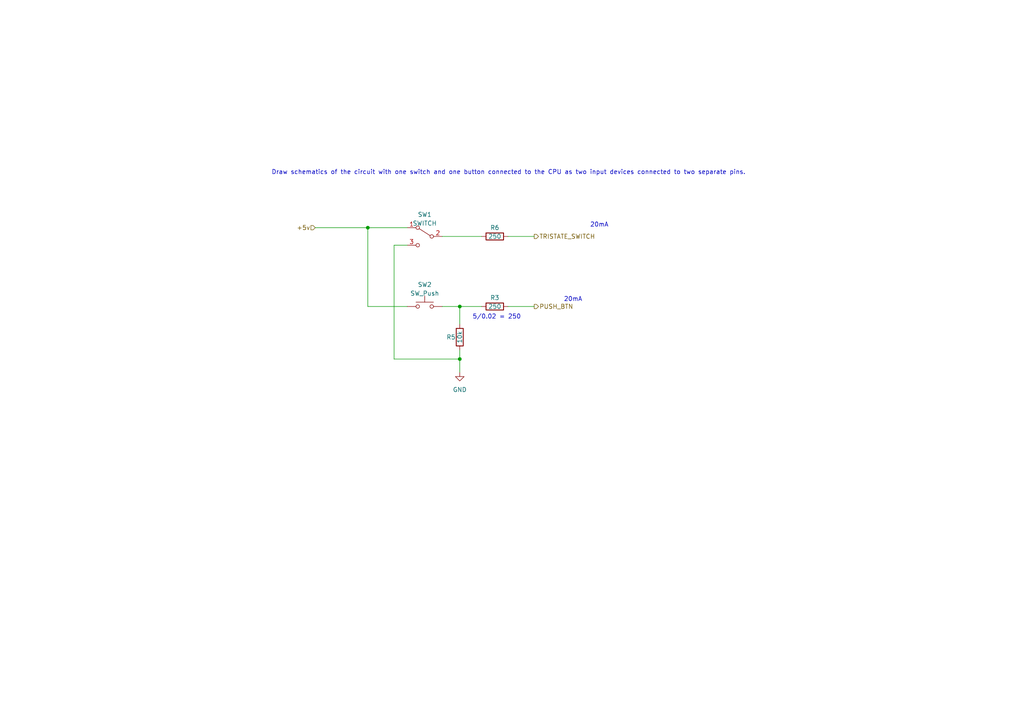
<source format=kicad_sch>
(kicad_sch (version 20210126) (generator eeschema)
  (paper "A4")
  (title_block (title "Basic Schematic 2"))
  (lib_symbols
    (symbol "Device:R" (pin_numbers hide) (pin_names (offset 0))
      (property "Reference" "R" (at 2.032 0 90))
      (property "Value" "R" (at 0 0 90))
      (symbol "R_0_1"
        (rectangle (start -1.016 -2.54) (end 1.016 2.54) (stroke (width 0.254)))
      )
      (symbol "R_1_1"
        (pin passive line (at 0 3.81 270) (length 1.27) (name "~") (number "1"))
        (pin passive line (at 0 -3.81 90) (length 1.27) (name "~") (number "2"))
      )
    )
    (symbol "Switch:SW_Push" (pin_numbers hide) (pin_names (offset 1.016) hide)
      (property "Reference" "SW" (at 1.27 2.54 0))
      (property "Value" "SW_Push" (at 0 -1.524 0))
      (symbol "SW_Push_0_1"
        (circle (center -2.032 0) (radius 0.508))
        (circle (center 2.032 0) (radius 0.508))
        (polyline (pts (xy 0 1.27) (xy 0 3.048)))
        (polyline (pts (xy 2.54 1.27) (xy -2.54 1.27)))
        (pin passive line (at -5.08 0 0) (length 2.54) (name "1") (number "1"))
        (pin passive line (at 5.08 0 180) (length 2.54) (name "2") (number "2"))
      )
    )
    (symbol "Switch:SW_SPDT" (pin_names (offset 0) hide)
      (property "Reference" "SW" (at 0 4.318 0))
      (property "Value" "SW_SPDT" (at 0 -5.08 0))
      (symbol "SW_SPDT_0_0"
        (circle (center -2.032 0) (radius 0.508))
        (circle (center 2.032 -2.54) (radius 0.508))
      )
      (symbol "SW_SPDT_0_1"
        (circle (center 2.032 2.54) (radius 0.508))
        (polyline (pts (xy -1.524 0.254) (xy 1.651 2.286)))
      )
      (symbol "SW_SPDT_1_1"
        (pin passive line (at 5.08 2.54 180) (length 2.54) (name "A") (number "1"))
        (pin passive line (at -5.08 0 0) (length 2.54) (name "B") (number "2"))
        (pin passive line (at 5.08 -2.54 180) (length 2.54) (name "C") (number "3"))
      )
    )
    (symbol "power:GND" (power) (pin_names (offset 0))
      (property "Value" "GND" (at 0 -3.81 0))
      (symbol "GND_0_1"
        (polyline (pts (xy 0 0) (xy 0 -1.27) (xy 1.27 -1.27) (xy 0 -2.54) (xy -1.27 -1.27) (xy 0 -1.27)))
      )
      (symbol "GND_1_1"
        (pin power_in line (at 0 0 270) (length 0) hide (name "GND") (number "1"))
      )
    )
  )
  (junction (at 106.68 66.04) (diameter 0.9144))
  (junction (at 133.35 88.9) (diameter 0.9144))
  (junction (at 133.35 104.14) (diameter 0.9144))
  (wire (pts (xy 91.44 66.04) (xy 106.68 66.04)))
  (wire (pts (xy 106.68 66.04) (xy 106.68 88.9)))
  (wire (pts (xy 114.3 71.12) (xy 114.3 104.14)))
  (wire (pts (xy 114.3 104.14) (xy 133.35 104.14)))
  (wire (pts (xy 118.11 66.04) (xy 106.68 66.04)))
  (wire (pts (xy 118.11 71.12) (xy 114.3 71.12)))
  (wire (pts (xy 118.11 88.9) (xy 106.68 88.9)))
  (wire (pts (xy 133.35 88.9) (xy 128.27 88.9)))
  (wire (pts (xy 133.35 88.9) (xy 133.35 93.98)))
  (wire (pts (xy 133.35 101.6) (xy 133.35 104.14)))
  (wire (pts (xy 133.35 104.14) (xy 133.35 107.95)))
  (wire (pts (xy 139.7 68.58) (xy 128.27 68.58)))
  (wire (pts (xy 139.7 88.9) (xy 133.35 88.9)))
  (wire (pts (xy 154.94 68.58) (xy 147.32 68.58)))
  (wire (pts (xy 154.94 88.9) (xy 147.32 88.9)))
  (text "Draw schematics of the circuit with one switch and one button connected to the CPU as two input devices connected to two separate pins." (at 78.74 50.8 0) (effects (font (size 1.27 1.27)) (justify left bottom)))
  (text "5/0.02 = 250" (at 151.13 92.71 180) (effects (font (size 1.27 1.27)) (justify right bottom)))
  (text "20mA" (at 168.91 87.63 180) (effects (font (size 1.27 1.27)) (justify right bottom)))
  (text "20mA" (at 176.53 66.04 180) (effects (font (size 1.27 1.27)) (justify right bottom)))
  (hierarchical_label "+5v" (shape input) (at 91.44 66.04 180))
  (hierarchical_label "TRISTATE_SWITCH" (shape output) (at 154.94 68.58 0))
  (hierarchical_label "PUSH_BTN" (shape output) (at 154.94 88.9 0))
  (symbol (lib_id "power:GND") (at 133.35 107.95 0) (mirror y) (unit 1)
    (property "Reference" "#PWR03" (effects hide))
    (property "Value" "GND" (at 133.35 113.03 0))
  )
  (symbol (lib_id "Device:R") (at 133.35 97.79 0) (mirror x) (unit 1)
    (property "Reference" "R5" (at 130.81 97.79 0))
    (property "Value" "10k" (at 133.35 97.79 90))
  )
  (symbol (lib_id "Device:R") (at 143.51 68.58 270) (mirror x) (unit 1)
    (property "Reference" "R6" (at 143.51 66.04 90))
    (property "Value" "250" (at 143.51 68.58 90))
  )
  (symbol (lib_id "Device:R") (at 143.51 88.9 90) (mirror x) (unit 1)
    (property "Reference" "R3" (at 143.51 86.36 90))
    (property "Value" "250" (at 143.51 88.9 90))
  )
  (symbol (lib_id "Switch:SW_Push") (at 123.19 88.9 0) (mirror y) (unit 1)
    (property "Reference" "SW2" (at 123.19 82.55 0))
    (property "Value" "SW_Push" (at 123.19 85.09 0))
  )
  (symbol (lib_id "Switch:SW_SPDT") (at 123.19 68.58 0) (mirror y) (unit 1)
    (property "Reference" "SW1" (at 123.19 62.23 0))
    (property "Value" "SWITCH" (at 123.19 64.77 0))
  )
)
</source>
